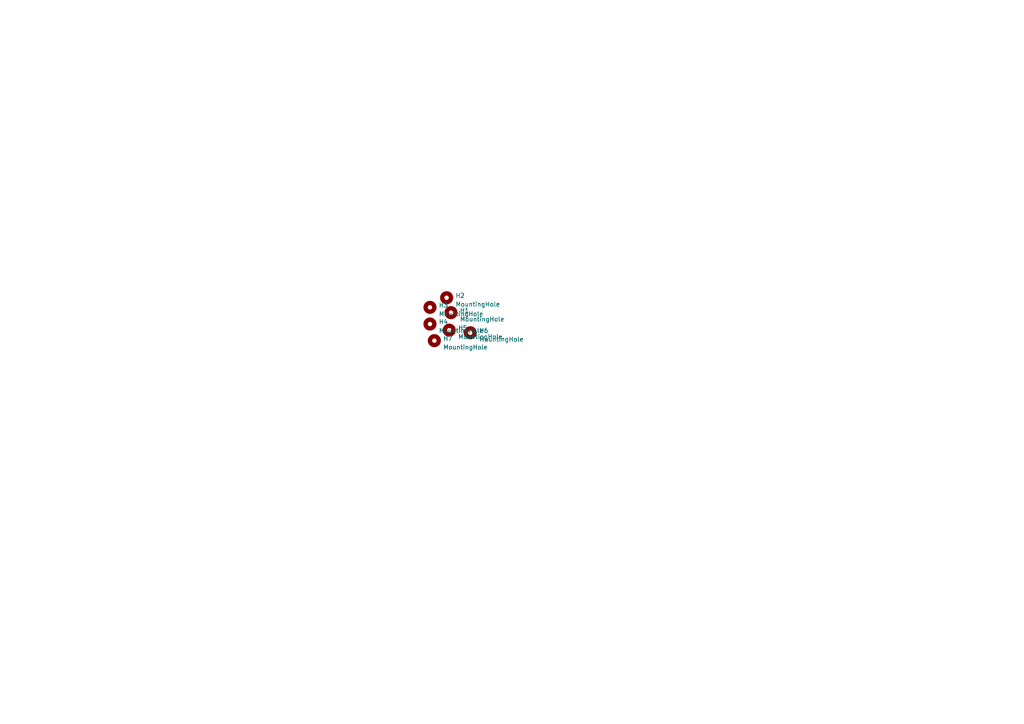
<source format=kicad_sch>
(kicad_sch (version 20230121) (generator eeschema)

  (uuid 6f73a7fc-226f-44c3-ac06-93a9536325a5)

  (paper "A4")

  (lib_symbols
    (symbol "Mechanical:MountingHole" (pin_names (offset 1.016)) (in_bom yes) (on_board yes)
      (property "Reference" "H" (at 0 5.08 0)
        (effects (font (size 1.27 1.27)))
      )
      (property "Value" "MountingHole" (at 0 3.175 0)
        (effects (font (size 1.27 1.27)))
      )
      (property "Footprint" "" (at 0 0 0)
        (effects (font (size 1.27 1.27)) hide)
      )
      (property "Datasheet" "~" (at 0 0 0)
        (effects (font (size 1.27 1.27)) hide)
      )
      (property "ki_keywords" "mounting hole" (at 0 0 0)
        (effects (font (size 1.27 1.27)) hide)
      )
      (property "ki_description" "Mounting Hole without connection" (at 0 0 0)
        (effects (font (size 1.27 1.27)) hide)
      )
      (property "ki_fp_filters" "MountingHole*" (at 0 0 0)
        (effects (font (size 1.27 1.27)) hide)
      )
      (symbol "MountingHole_0_1"
        (circle (center 0 0) (radius 1.27)
          (stroke (width 1.27) (type default))
          (fill (type none))
        )
      )
    )
  )


  (symbol (lib_id "Mechanical:MountingHole") (at 130.302 95.758 0) (unit 1)
    (in_bom yes) (on_board yes) (dnp no) (fields_autoplaced)
    (uuid 1ad41d20-b250-430a-9a9d-04e9de1bb29a)
    (property "Reference" "H5" (at 132.842 95.123 0)
      (effects (font (size 1.27 1.27)) (justify left))
    )
    (property "Value" "MountingHole" (at 132.842 97.663 0)
      (effects (font (size 1.27 1.27)) (justify left))
    )
    (property "Footprint" "MountingHole:MountingHole_2.1mm" (at 130.302 95.758 0)
      (effects (font (size 1.27 1.27)) hide)
    )
    (property "Datasheet" "~" (at 130.302 95.758 0)
      (effects (font (size 1.27 1.27)) hide)
    )
    (instances
      (project "plate"
        (path "/6f73a7fc-226f-44c3-ac06-93a9536325a5"
          (reference "H5") (unit 1)
        )
      )
    )
  )

  (symbol (lib_id "Mechanical:MountingHole") (at 130.81 90.678 0) (unit 1)
    (in_bom yes) (on_board yes) (dnp no) (fields_autoplaced)
    (uuid 2f650c20-34bc-4eaa-8f16-a26bc132afe8)
    (property "Reference" "H1" (at 133.35 90.043 0)
      (effects (font (size 1.27 1.27)) (justify left))
    )
    (property "Value" "MountingHole" (at 133.35 92.583 0)
      (effects (font (size 1.27 1.27)) (justify left))
    )
    (property "Footprint" "MountingHole:MountingHole_2.1mm" (at 130.81 90.678 0)
      (effects (font (size 1.27 1.27)) hide)
    )
    (property "Datasheet" "~" (at 130.81 90.678 0)
      (effects (font (size 1.27 1.27)) hide)
    )
    (instances
      (project "plate"
        (path "/6f73a7fc-226f-44c3-ac06-93a9536325a5"
          (reference "H1") (unit 1)
        )
      )
    )
  )

  (symbol (lib_id "Mechanical:MountingHole") (at 125.984 98.806 0) (unit 1)
    (in_bom yes) (on_board yes) (dnp no) (fields_autoplaced)
    (uuid 431efdaa-96cd-43c3-b7bf-2708207b16e0)
    (property "Reference" "H7" (at 128.524 98.171 0)
      (effects (font (size 1.27 1.27)) (justify left))
    )
    (property "Value" "MountingHole" (at 128.524 100.711 0)
      (effects (font (size 1.27 1.27)) (justify left))
    )
    (property "Footprint" "MountingHole:MountingHole_2.1mm" (at 125.984 98.806 0)
      (effects (font (size 1.27 1.27)) hide)
    )
    (property "Datasheet" "~" (at 125.984 98.806 0)
      (effects (font (size 1.27 1.27)) hide)
    )
    (instances
      (project "plate"
        (path "/6f73a7fc-226f-44c3-ac06-93a9536325a5"
          (reference "H7") (unit 1)
        )
      )
    )
  )

  (symbol (lib_id "Mechanical:MountingHole") (at 124.714 89.154 0) (unit 1)
    (in_bom yes) (on_board yes) (dnp no) (fields_autoplaced)
    (uuid 4daccd15-2aba-4aaa-b1e8-6bffc322454d)
    (property "Reference" "H3" (at 127.254 88.519 0)
      (effects (font (size 1.27 1.27)) (justify left))
    )
    (property "Value" "MountingHole" (at 127.254 91.059 0)
      (effects (font (size 1.27 1.27)) (justify left))
    )
    (property "Footprint" "MountingHole:MountingHole_2.1mm" (at 124.714 89.154 0)
      (effects (font (size 1.27 1.27)) hide)
    )
    (property "Datasheet" "~" (at 124.714 89.154 0)
      (effects (font (size 1.27 1.27)) hide)
    )
    (instances
      (project "plate"
        (path "/6f73a7fc-226f-44c3-ac06-93a9536325a5"
          (reference "H3") (unit 1)
        )
      )
    )
  )

  (symbol (lib_id "Mechanical:MountingHole") (at 136.398 96.52 0) (unit 1)
    (in_bom yes) (on_board yes) (dnp no) (fields_autoplaced)
    (uuid 54f3e67e-0064-4631-aeca-6fec13429abf)
    (property "Reference" "H6" (at 138.938 95.885 0)
      (effects (font (size 1.27 1.27)) (justify left))
    )
    (property "Value" "MountingHole" (at 138.938 98.425 0)
      (effects (font (size 1.27 1.27)) (justify left))
    )
    (property "Footprint" "MountingHole:MountingHole_2.1mm" (at 136.398 96.52 0)
      (effects (font (size 1.27 1.27)) hide)
    )
    (property "Datasheet" "~" (at 136.398 96.52 0)
      (effects (font (size 1.27 1.27)) hide)
    )
    (instances
      (project "plate"
        (path "/6f73a7fc-226f-44c3-ac06-93a9536325a5"
          (reference "H6") (unit 1)
        )
      )
    )
  )

  (symbol (lib_id "Mechanical:MountingHole") (at 124.714 93.98 0) (unit 1)
    (in_bom yes) (on_board yes) (dnp no) (fields_autoplaced)
    (uuid 5faa899c-af6c-44fd-9250-e91a7b2dbeb9)
    (property "Reference" "H4" (at 127.254 93.345 0)
      (effects (font (size 1.27 1.27)) (justify left))
    )
    (property "Value" "MountingHole" (at 127.254 95.885 0)
      (effects (font (size 1.27 1.27)) (justify left))
    )
    (property "Footprint" "MountingHole:MountingHole_2.1mm" (at 124.714 93.98 0)
      (effects (font (size 1.27 1.27)) hide)
    )
    (property "Datasheet" "~" (at 124.714 93.98 0)
      (effects (font (size 1.27 1.27)) hide)
    )
    (instances
      (project "plate"
        (path "/6f73a7fc-226f-44c3-ac06-93a9536325a5"
          (reference "H4") (unit 1)
        )
      )
    )
  )

  (symbol (lib_id "Mechanical:MountingHole") (at 129.54 86.36 0) (unit 1)
    (in_bom yes) (on_board yes) (dnp no) (fields_autoplaced)
    (uuid b864c552-9116-4a44-b3c8-e2728931fd3b)
    (property "Reference" "H2" (at 132.08 85.725 0)
      (effects (font (size 1.27 1.27)) (justify left))
    )
    (property "Value" "MountingHole" (at 132.08 88.265 0)
      (effects (font (size 1.27 1.27)) (justify left))
    )
    (property "Footprint" "MountingHole:MountingHole_2.1mm" (at 129.54 86.36 0)
      (effects (font (size 1.27 1.27)) hide)
    )
    (property "Datasheet" "~" (at 129.54 86.36 0)
      (effects (font (size 1.27 1.27)) hide)
    )
    (instances
      (project "plate"
        (path "/6f73a7fc-226f-44c3-ac06-93a9536325a5"
          (reference "H2") (unit 1)
        )
      )
    )
  )

  (sheet_instances
    (path "/" (page "1"))
  )
)

</source>
